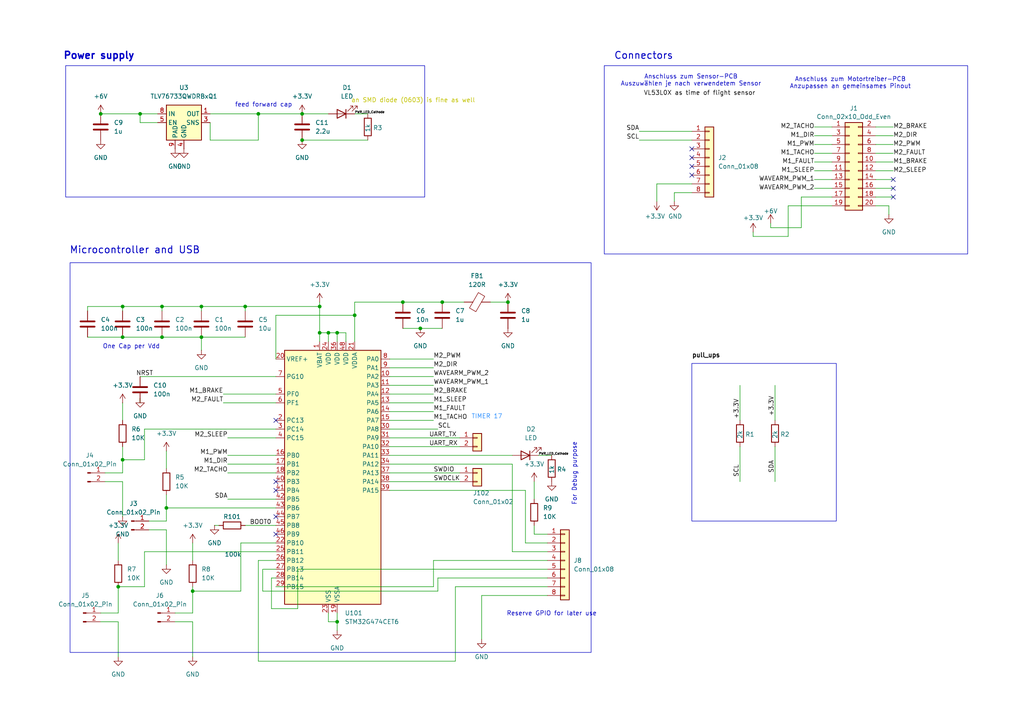
<source format=kicad_sch>
(kicad_sch (version 20231120) (generator "eeschema") (generator_version "8.0")
  (paper "A4")
  (title_block (title "MCU ") (date "2024-11-16") (company "Roboter Club") (comment 1 "Author: Chenyan Feng"))
  (lib_symbols
    (symbol "Connector:Conn_01x02_Pin" (pin_names (offset 1.016) hide)
      (property "Reference" "J" (at 0 2.54 0))
      (property "Value" "Conn_01x02_Pin" (at 0 -5.08 0))
      (symbol "Conn_01x02_Pin_1_1"
        (polyline (pts (xy 1.27 -2.54) (xy 0.8636 -2.54)) (stroke (width 0.1524)))
        (polyline (pts (xy 1.27 0) (xy 0.8636 0)) (stroke (width 0.1524)))
        (rectangle (start 0.8636 -2.413) (end 0 -2.667) (stroke (width 0.1524)) (fill (type outline)))
        (rectangle (start 0.8636 0.127) (end 0 -0.127) (stroke (width 0.1524)) (fill (type outline)))
        (pin passive line (at 5.08 0 180) (length 3.81) (name "Pin_1") (number "1"))
        (pin passive line (at 5.08 -2.54 180) (length 3.81) (name "Pin_2") (number "2"))
      )
    )
    (symbol "Connector_Generic:Conn_01x02" (pin_names (offset 1.016) hide)
      (property "Reference" "J" (at 0 2.54 0))
      (property "Value" "Conn_01x02" (at 0 -5.08 0))
      (symbol "Conn_01x02_1_1"
        (rectangle (start -1.27 -2.413) (end 0 -2.667) (stroke (width 0.1524)))
        (rectangle (start -1.27 0.127) (end 0 -0.127) (stroke (width 0.1524)))
        (rectangle (start -1.27 1.27) (end 1.27 -3.81) (stroke (width 0.254)) (fill (type background)))
        (pin passive line (at -5.08 0 0) (length 3.81) (name "Pin_1") (number "1"))
        (pin passive line (at -5.08 -2.54 0) (length 3.81) (name "Pin_2") (number "2"))
      )
    )
    (symbol "Connector_Generic:Conn_01x08" (pin_names (offset 1.016) hide)
      (property "Reference" "J" (at 0 10.16 0))
      (property "Value" "Conn_01x08" (at 0 -12.7 0))
      (symbol "Conn_01x08_1_1"
        (rectangle (start -1.27 -10.033) (end 0 -10.287) (stroke (width 0.1524)))
        (rectangle (start -1.27 -7.493) (end 0 -7.747) (stroke (width 0.1524)))
        (rectangle (start -1.27 -4.953) (end 0 -5.207) (stroke (width 0.1524)))
        (rectangle (start -1.27 -2.413) (end 0 -2.667) (stroke (width 0.1524)))
        (rectangle (start -1.27 0.127) (end 0 -0.127) (stroke (width 0.1524)))
        (rectangle (start -1.27 2.667) (end 0 2.413) (stroke (width 0.1524)))
        (rectangle (start -1.27 5.207) (end 0 4.953) (stroke (width 0.1524)))
        (rectangle (start -1.27 7.747) (end 0 7.493) (stroke (width 0.1524)))
        (rectangle (start -1.27 8.89) (end 1.27 -11.43) (stroke (width 0.254)) (fill (type background)))
        (pin passive line (at -5.08 7.62 0) (length 3.81) (name "Pin_1") (number "1"))
        (pin passive line (at -5.08 5.08 0) (length 3.81) (name "Pin_2") (number "2"))
        (pin passive line (at -5.08 2.54 0) (length 3.81) (name "Pin_3") (number "3"))
        (pin passive line (at -5.08 0 0) (length 3.81) (name "Pin_4") (number "4"))
        (pin passive line (at -5.08 -2.54 0) (length 3.81) (name "Pin_5") (number "5"))
        (pin passive line (at -5.08 -5.08 0) (length 3.81) (name "Pin_6") (number "6"))
        (pin passive line (at -5.08 -7.62 0) (length 3.81) (name "Pin_7") (number "7"))
        (pin passive line (at -5.08 -10.16 0) (length 3.81) (name "Pin_8") (number "8"))
      )
    )
    (symbol "Connector_Generic:Conn_02x10_Odd_Even" (pin_names (offset 1.016) hide)
      (property "Reference" "J" (at 1.27 12.7 0))
      (property "Value" "Conn_02x10_Odd_Even" (at 1.27 -15.24 0))
      (symbol "Conn_02x10_Odd_Even_1_1"
        (rectangle (start -1.27 -12.573) (end 0 -12.827) (stroke (width 0.1524)))
        (rectangle (start -1.27 -10.033) (end 0 -10.287) (stroke (width 0.1524)))
        (rectangle (start -1.27 -7.493) (end 0 -7.747) (stroke (width 0.1524)))
        (rectangle (start -1.27 -4.953) (end 0 -5.207) (stroke (width 0.1524)))
        (rectangle (start -1.27 -2.413) (end 0 -2.667) (stroke (width 0.1524)))
        (rectangle (start -1.27 0.127) (end 0 -0.127) (stroke (width 0.1524)))
        (rectangle (start -1.27 2.667) (end 0 2.413) (stroke (width 0.1524)))
        (rectangle (start -1.27 5.207) (end 0 4.953) (stroke (width 0.1524)))
        (rectangle (start -1.27 7.747) (end 0 7.493) (stroke (width 0.1524)))
        (rectangle (start -1.27 10.287) (end 0 10.033) (stroke (width 0.1524)))
        (rectangle (start -1.27 11.43) (end 3.81 -13.97) (stroke (width 0.254)) (fill (type background)))
        (rectangle (start 3.81 -12.573) (end 2.54 -12.827) (stroke (width 0.1524)))
        (rectangle (start 3.81 -10.033) (end 2.54 -10.287) (stroke (width 0.1524)))
        (rectangle (start 3.81 -7.493) (end 2.54 -7.747) (stroke (width 0.1524)))
        (rectangle (start 3.81 -4.953) (end 2.54 -5.207) (stroke (width 0.1524)))
        (rectangle (start 3.81 -2.413) (end 2.54 -2.667) (stroke (width 0.1524)))
        (rectangle (start 3.81 0.127) (end 2.54 -0.127) (stroke (width 0.1524)))
        (rectangle (start 3.81 2.667) (end 2.54 2.413) (stroke (width 0.1524)))
        (rectangle (start 3.81 5.207) (end 2.54 4.953) (stroke (width 0.1524)))
        (rectangle (start 3.81 7.747) (end 2.54 7.493) (stroke (width 0.1524)))
        (rectangle (start 3.81 10.287) (end 2.54 10.033) (stroke (width 0.1524)))
        (pin passive line (at -5.08 10.16 0) (length 3.81) (name "Pin_1") (number "1"))
        (pin passive line (at 7.62 0 180) (length 3.81) (name "Pin_10") (number "10"))
        (pin passive line (at -5.08 -2.54 0) (length 3.81) (name "Pin_11") (number "11"))
        (pin passive line (at 7.62 -2.54 180) (length 3.81) (name "Pin_12") (number "12"))
        (pin passive line (at -5.08 -5.08 0) (length 3.81) (name "Pin_13") (number "13"))
        (pin passive line (at 7.62 -5.08 180) (length 3.81) (name "Pin_14") (number "14"))
        (pin passive line (at -5.08 -7.62 0) (length 3.81) (name "Pin_15") (number "15"))
        (pin passive line (at 7.62 -7.62 180) (length 3.81) (name "Pin_16") (number "16"))
        (pin passive line (at -5.08 -10.16 0) (length 3.81) (name "Pin_17") (number "17"))
        (pin passive line (at 7.62 -10.16 180) (length 3.81) (name "Pin_18") (number "18"))
        (pin passive line (at -5.08 -12.7 0) (length 3.81) (name "Pin_19") (number "19"))
        (pin passive line (at 7.62 10.16 180) (length 3.81) (name "Pin_2") (number "2"))
        (pin passive line (at 7.62 -12.7 180) (length 3.81) (name "Pin_20") (number "20"))
        (pin passive line (at -5.08 7.62 0) (length 3.81) (name "Pin_3") (number "3"))
        (pin passive line (at 7.62 7.62 180) (length 3.81) (name "Pin_4") (number "4"))
        (pin passive line (at -5.08 5.08 0) (length 3.81) (name "Pin_5") (number "5"))
        (pin passive line (at 7.62 5.08 180) (length 3.81) (name "Pin_6") (number "6"))
        (pin passive line (at -5.08 2.54 0) (length 3.81) (name "Pin_7") (number "7"))
        (pin passive line (at 7.62 2.54 180) (length 3.81) (name "Pin_8") (number "8"))
        (pin passive line (at -5.08 0 0) (length 3.81) (name "Pin_9") (number "9"))
      )
    )
    (symbol "Device:C" (pin_numbers hide) (pin_names (offset 0.254))
      (property "Reference" "C" (at 0.635 2.54 0))
      (property "Value" "C" (at 0.635 -2.54 0))
      (symbol "C_0_1"
        (polyline (pts (xy -2.032 -0.762) (xy 2.032 -0.762)) (stroke (width 0.508)))
        (polyline (pts (xy -2.032 0.762) (xy 2.032 0.762)) (stroke (width 0.508)))
      )
      (symbol "C_1_1"
        (pin passive line (at 0 3.81 270) (length 2.794) (name "~") (number "1"))
        (pin passive line (at 0 -3.81 90) (length 2.794) (name "~") (number "2"))
      )
    )
    (symbol "Device:FerriteBead" (pin_numbers hide) (pin_names (offset 0))
      (property "Reference" "FB" (at -3.81 0.635 90))
      (property "Value" "FerriteBead" (at 3.81 0 90))
      (symbol "FerriteBead_0_1"
        (polyline (pts (xy 0 -1.27) (xy 0 -1.2192)))
        (polyline (pts (xy 0 1.27) (xy 0 1.2954)))
        (polyline (pts (xy -2.7686 0.4064) (xy -1.7018 2.2606) (xy 2.7686 -0.3048) (xy 1.6764 -2.159) (xy -2.7686 0.4064)))
      )
      (symbol "FerriteBead_1_1"
        (pin passive line (at 0 3.81 270) (length 2.54) (name "~") (number "1"))
        (pin passive line (at 0 -3.81 90) (length 2.54) (name "~") (number "2"))
      )
    )
    (symbol "Device:LED" (pin_numbers hide) (pin_names (offset 1.016) hide)
      (property "Reference" "D" (at 0 2.54 0))
      (property "Value" "LED" (at 0 -2.54 0))
      (symbol "LED_0_1"
        (polyline (pts (xy -1.27 -1.27) (xy -1.27 1.27)) (stroke (width 0.254)))
        (polyline (pts (xy -1.27 0) (xy 1.27 0)))
        (polyline (pts (xy 1.27 -1.27) (xy 1.27 1.27) (xy -1.27 0) (xy 1.27 -1.27)) (stroke (width 0.254)))
        (polyline (pts (xy -3.048 -0.762) (xy -4.572 -2.286) (xy -3.81 -2.286) (xy -4.572 -2.286) (xy -4.572 -1.524)))
        (polyline (pts (xy -1.778 -0.762) (xy -3.302 -2.286) (xy -2.54 -2.286) (xy -3.302 -2.286) (xy -3.302 -1.524)))
      )
      (symbol "LED_1_1"
        (pin passive line (at -3.81 0 0) (length 2.54) (name "K") (number "1"))
        (pin passive line (at 3.81 0 180) (length 2.54) (name "A") (number "2"))
      )
    )
    (symbol "Device:R" (pin_numbers hide) (pin_names (offset 0))
      (property "Reference" "R" (at 2.032 0 90))
      (property "Value" "R" (at 0 0 90))
      (symbol "R_0_1"
        (rectangle (start -1.016 -2.54) (end 1.016 2.54) (stroke (width 0.254)))
      )
      (symbol "R_1_1"
        (pin passive line (at 0 3.81 270) (length 1.27) (name "~") (number "1"))
        (pin passive line (at 0 -3.81 90) (length 1.27) (name "~") (number "2"))
      )
    )
    (symbol "MCU_ST_STM32G4:STM32G474CETx"
      (property "Reference" "U" (at -12.7 39.37 0))
      (property "Value" "STM32G474CETx" (at 10.16 39.37 0))
      (symbol "STM32G474CETx_0_1"
        (rectangle (start -12.7 -35.56) (end 15.24 38.1) (stroke (width 0.254)) (fill (type background)))
      )
      (symbol "STM32G474CETx_1_1"
        (pin power_in line (at -2.54 40.64 270) (length 2.54) (name "VBAT") (number "1"))
        (pin bidirectional line (at 17.78 30.48 180) (length 2.54) (name "PA2") (number "10"))
        (pin bidirectional line (at 17.78 27.94 180) (length 2.54) (name "PA3") (number "11"))
        (pin bidirectional line (at 17.78 25.4 180) (length 2.54) (name "PA4") (number "12"))
        (pin bidirectional line (at 17.78 22.86 180) (length 2.54) (name "PA5") (number "13"))
        (pin bidirectional line (at 17.78 20.32 180) (length 2.54) (name "PA6") (number "14"))
        (pin bidirectional line (at 17.78 17.78 180) (length 2.54) (name "PA7") (number "15"))
        (pin bidirectional line (at -15.24 7.62 0) (length 2.54) (name "PB0") (number "16"))
        (pin bidirectional line (at -15.24 5.08 0) (length 2.54) (name "PB1") (number "17"))
        (pin bidirectional line (at -15.24 2.54 0) (length 2.54) (name "PB2") (number "18"))
        (pin power_in line (at 2.54 -38.1 90) (length 2.54) (name "VSSA") (number "19"))
        (pin bidirectional line (at -15.24 17.78 0) (length 2.54) (name "PC13") (number "2"))
        (pin input line (at -15.24 35.56 0) (length 2.54) (name "VREF+") (number "20"))
        (pin power_in line (at 7.62 40.64 270) (length 2.54) (name "VDDA") (number "21"))
        (pin bidirectional line (at -15.24 -17.78 0) (length 2.54) (name "PB10") (number "22"))
        (pin power_in line (at 0 -38.1 90) (length 2.54) (name "VSS") (number "23"))
        (pin power_in line (at 0 40.64 270) (length 2.54) (name "VDD") (number "24"))
        (pin bidirectional line (at -15.24 -20.32 0) (length 2.54) (name "PB11") (number "25"))
        (pin bidirectional line (at -15.24 -22.86 0) (length 2.54) (name "PB12") (number "26"))
        (pin bidirectional line (at -15.24 -25.4 0) (length 2.54) (name "PB13") (number "27"))
        (pin bidirectional line (at -15.24 -27.94 0) (length 2.54) (name "PB14") (number "28"))
        (pin bidirectional line (at -15.24 -30.48 0) (length 2.54) (name "PB15") (number "29"))
        (pin bidirectional line (at -15.24 15.24 0) (length 2.54) (name "PC14") (number "3"))
        (pin bidirectional line (at 17.78 15.24 180) (length 2.54) (name "PA8") (number "30"))
        (pin bidirectional line (at 17.78 12.7 180) (length 2.54) (name "PA9") (number "31"))
        (pin bidirectional line (at 17.78 10.16 180) (length 2.54) (name "PA10") (number "32"))
        (pin bidirectional line (at 17.78 7.62 180) (length 2.54) (name "PA11") (number "33"))
        (pin bidirectional line (at 17.78 5.08 180) (length 2.54) (name "PA12") (number "34"))
        (pin passive line (at 0 -38.1 90) (length 2.54) hide (name "VSS") (number "35"))
        (pin power_in line (at 2.54 40.64 270) (length 2.54) (name "VDD") (number "36"))
        (pin bidirectional line (at 17.78 2.54 180) (length 2.54) (name "PA13") (number "37"))
        (pin bidirectional line (at 17.78 0 180) (length 2.54) (name "PA14") (number "38"))
        (pin bidirectional line (at 17.78 -2.54 180) (length 2.54) (name "PA15") (number "39"))
        (pin bidirectional line (at -15.24 12.7 0) (length 2.54) (name "PC15") (number "4"))
        (pin bidirectional line (at -15.24 0 0) (length 2.54) (name "PB3") (number "40"))
        (pin bidirectional line (at -15.24 -2.54 0) (length 2.54) (name "PB4") (number "41"))
        (pin bidirectional line (at -15.24 -5.08 0) (length 2.54) (name "PB5") (number "42"))
        (pin bidirectional line (at -15.24 -7.62 0) (length 2.54) (name "PB6") (number "43"))
        (pin bidirectional line (at -15.24 -10.16 0) (length 2.54) (name "PB7") (number "44"))
        (pin bidirectional line (at -15.24 -12.7 0) (length 2.54) (name "PB8") (number "45"))
        (pin bidirectional line (at -15.24 -15.24 0) (length 2.54) (name "PB9") (number "46"))
        (pin passive line (at 0 -38.1 90) (length 2.54) hide (name "VSS") (number "47"))
        (pin power_in line (at 5.08 40.64 270) (length 2.54) (name "VDD") (number "48"))
        (pin bidirectional line (at -15.24 25.4 0) (length 2.54) (name "PF0") (number "5"))
        (pin bidirectional line (at -15.24 22.86 0) (length 2.54) (name "PF1") (number "6"))
        (pin bidirectional line (at -15.24 30.48 0) (length 2.54) (name "PG10") (number "7"))
        (pin bidirectional line (at 17.78 35.56 180) (length 2.54) (name "PA0") (number "8"))
        (pin bidirectional line (at 17.78 33.02 180) (length 2.54) (name "PA1") (number "9"))
      )
    )
    (symbol "Regulator_Linear:TLV76733QWDRBxQ1"
      (property "Reference" "U" (at 0 8.89 0))
      (property "Value" "TLV76733QWDRBxQ1" (at 0 6.35 0))
      (symbol "TLV76733QWDRBxQ1_0_1"
        (rectangle (start -5.08 5.08) (end 5.08 -5.08) (stroke (width 0.254)) (fill (type background)))
      )
      (symbol "TLV76733QWDRBxQ1_1_1"
        (pin power_out line (at 7.62 2.54 180) (length 2.54) (name "OUT") (number "1"))
        (pin no_connect line (at 5.08 -2.54 180) (length 2.54) hide (name "NC") (number "2"))
        (pin input line (at 7.62 0 180) (length 2.54) (name "SNS") (number "3"))
        (pin power_in line (at 0 -7.62 90) (length 2.54) (name "GND") (number "4"))
        (pin input line (at -7.62 0 0) (length 2.54) (name "EN") (number "5"))
        (pin passive line (at 0 -7.62 90) (length 2.54) hide (name "GND") (number "6"))
        (pin no_connect line (at -5.08 -2.54 0) (length 2.54) hide (name "NC") (number "7"))
        (pin power_in line (at -7.62 2.54 0) (length 2.54) (name "IN") (number "8"))
        (pin passive line (at -2.54 -7.62 90) (length 2.54) (name "PAD") (number "9"))
      )
    )
    (symbol "power:+3.3V" (power) (pin_numbers hide) (pin_names (offset 0) hide)
      (property "Value" "+3.3V" (at 0 3.556 0))
      (symbol "+3.3V_0_1"
        (polyline (pts (xy -0.762 1.27) (xy 0 2.54)))
        (polyline (pts (xy 0 0) (xy 0 2.54)))
        (polyline (pts (xy 0 2.54) (xy 0.762 1.27)))
      )
      (symbol "+3.3V_1_1"
        (pin power_in line (at 0 0 90) (length 0) (name "~") (number "1"))
      )
    )
    (symbol "power:GND" (power) (pin_numbers hide) (pin_names (offset 0) hide)
      (property "Value" "GND" (at 0 -3.81 0))
      (symbol "GND_0_1"
        (polyline (pts (xy 0 0) (xy 0 -1.27) (xy 1.27 -1.27) (xy 0 -2.54) (xy -1.27 -1.27) (xy 0 -1.27)))
      )
      (symbol "GND_1_1"
        (pin power_in line (at 0 0 270) (length 0) (name "~") (number "1"))
      )
    )
    (symbol "µmotor-rescue:+6V" (power) (pin_names (offset 0))
      (property "Value" "+6V" (at 0 3.556 0))
      (symbol "+6V_0_1"
        (polyline (pts (xy -0.762 1.27) (xy 0 2.54)))
        (polyline (pts (xy 0 0) (xy 0 2.54)))
        (polyline (pts (xy 0 2.54) (xy 0.762 1.27)))
      )
      (symbol "+6V_1_1"
        (pin power_in line (at 0 0 90) (length 0) hide (name "+6V") (number "1"))
      )
    )
  )
  (junction (at 116.84 87.63))
  (junction (at 87.63 40.64))
  (junction (at 48.26 147.32))
  (junction (at 40.64 33.02))
  (junction (at 58.42 88.9))
  (junction (at 147.32 87.63))
  (junction (at 95.25 96.52))
  (junction (at 97.79 180.34))
  (junction (at 87.63 33.02))
  (junction (at 35.56 88.9))
  (junction (at 55.88 171.45))
  (junction (at 34.29 170.18))
  (junction (at 46.99 97.79))
  (junction (at 46.99 88.9))
  (junction (at 121.92 95.25))
  (junction (at 128.27 87.63))
  (junction (at 71.12 88.9))
  (junction (at 35.56 97.79))
  (junction (at 29.21 33.02))
  (junction (at 35.56 133.35))
  (junction (at 92.71 96.52))
  (junction (at 102.87 91.44))
  (junction (at 97.79 96.52))
  (junction (at 58.42 97.79))
  (junction (at 92.71 88.9))
  (junction (at 74.93 33.02))
  (no_connect (at 80.01 142.24))
  (no_connect (at 200.66 45.72))
  (no_connect (at 259.08 52.07))
  (no_connect (at 200.66 48.26))
  (no_connect (at 80.01 154.94))
  (no_connect (at 80.01 149.86))
  (no_connect (at 259.08 54.61))
  (no_connect (at 200.66 43.18))
  (no_connect (at 80.01 121.92))
  (no_connect (at 80.01 139.7))
  (no_connect (at 259.08 57.15))
  (no_connect (at 200.66 50.8))
  (wire (pts (xy 55.88 171.45) (xy 55.88 177.8)))
  (wire (pts (xy 132.08 170.18) (xy 132.08 191.77)))
  (wire (pts (xy 29.21 177.8) (xy 34.29 177.8)))
  (wire (pts (xy 55.88 157.48) (xy 55.88 162.56)))
  (wire (pts (xy 236.22 49.53) (xy 241.3 49.53)))
  (wire (pts (xy 142.24 87.63) (xy 147.32 87.63)))
  (wire (pts (xy 113.03 132.08) (xy 148.59 132.08)))
  (wire (pts (xy 127 171.45) (xy 127 167.64)))
  (wire (pts (xy 41.91 160.02) (xy 41.91 170.18)))
  (wire (pts (xy 86.36 165.1) (xy 86.36 176.53)))
  (wire (pts (xy 35.56 139.7) (xy 35.56 149.86)))
  (wire (pts (xy 214.63 129.54) (xy 214.63 139.7)))
  (wire (pts (xy 125.73 170.18) (xy 125.73 162.56)))
  (wire (pts (xy 223.52 66.04) (xy 223.52 64.77)))
  (wire (pts (xy 35.56 88.9) (xy 46.99 88.9)))
  (wire (pts (xy 236.22 52.07) (xy 241.3 52.07)))
  (wire (pts (xy 71.12 88.9) (xy 92.71 88.9)))
  (wire (pts (xy 64.77 116.84) (xy 80.01 116.84)))
  (wire (pts (xy 152.4 157.48) (xy 158.75 157.48)))
  (wire (pts (xy 41.91 124.46) (xy 41.91 133.35)))
  (wire (pts (xy 100.33 99.06) (xy 100.33 96.52)))
  (wire (pts (xy 55.88 170.18) (xy 55.88 171.45)))
  (wire (pts (xy 106.68 33.02) (xy 102.87 33.02)))
  (wire (pts (xy 232.41 57.15) (xy 241.3 57.15)))
  (wire (pts (xy 92.71 87.63) (xy 92.71 88.9)))
  (wire (pts (xy 254 46.99) (xy 259.08 46.99)))
  (wire (pts (xy 50.8 177.8) (xy 55.88 177.8)))
  (wire (pts (xy 132.08 191.77) (xy 74.93 191.77)))
  (wire (pts (xy 228.6 68.58) (xy 228.6 59.69)))
  (wire (pts (xy 69.85 171.45) (xy 55.88 171.45)))
  (wire (pts (xy 50.8 180.34) (xy 55.88 180.34)))
  (wire (pts (xy 236.22 41.91) (xy 241.3 41.91)))
  (wire (pts (xy 80.01 170.18) (xy 125.73 170.18)))
  (wire (pts (xy 66.04 144.78) (xy 80.01 144.78)))
  (wire (pts (xy 223.52 66.04) (xy 232.41 66.04)))
  (wire (pts (xy 29.21 180.34) (xy 34.29 180.34)))
  (wire (pts (xy 86.36 176.53) (xy 78.74 176.53)))
  (wire (pts (xy 259.08 52.07) (xy 254 52.07)))
  (wire (pts (xy 80.01 157.48) (xy 69.85 157.48)))
  (wire (pts (xy 60.96 33.02) (xy 74.93 33.02)))
  (wire (pts (xy 102.87 87.63) (xy 102.87 91.44)))
  (wire (pts (xy 40.64 109.22) (xy 80.01 109.22)))
  (wire (pts (xy 95.25 180.34) (xy 97.79 180.34)))
  (wire (pts (xy 132.08 170.18) (xy 158.75 170.18)))
  (wire (pts (xy 113.03 119.38) (xy 125.73 119.38)))
  (wire (pts (xy 259.08 41.91) (xy 254 41.91)))
  (wire (pts (xy 95.25 96.52) (xy 97.79 96.52)))
  (wire (pts (xy 128.27 87.63) (xy 134.62 87.63)))
  (wire (pts (xy 40.64 35.56) (xy 40.64 33.02)))
  (wire (pts (xy 113.03 104.14) (xy 125.73 104.14)))
  (wire (pts (xy 236.22 44.45) (xy 241.3 44.45)))
  (wire (pts (xy 34.29 180.34) (xy 34.29 190.5)))
  (wire (pts (xy 74.93 33.02) (xy 87.63 33.02)))
  (wire (pts (xy 25.4 97.79) (xy 35.56 97.79)))
  (wire (pts (xy 80.01 160.02) (xy 41.91 160.02)))
  (wire (pts (xy 158.75 172.72) (xy 139.7 172.72)))
  (wire (pts (xy 35.56 116.84) (xy 35.56 121.92)))
  (wire (pts (xy 35.56 129.54) (xy 35.56 133.35)))
  (wire (pts (xy 218.44 68.58) (xy 218.44 67.31)))
  (wire (pts (xy 139.7 172.72) (xy 139.7 185.42)))
  (wire (pts (xy 228.6 59.69) (xy 241.3 59.69)))
  (wire (pts (xy 190.5 53.34) (xy 190.5 58.42)))
  (wire (pts (xy 232.41 66.04) (xy 232.41 57.15)))
  (wire (pts (xy 185.42 40.64) (xy 200.66 40.64)))
  (wire (pts (xy 92.71 88.9) (xy 92.71 96.52)))
  (wire (pts (xy 76.2 171.45) (xy 127 171.45)))
  (wire (pts (xy 29.21 33.02) (xy 40.64 33.02)))
  (wire (pts (xy 121.92 95.25) (xy 128.27 95.25)))
  (wire (pts (xy 95.25 96.52) (xy 95.25 99.06)))
  (wire (pts (xy 80.01 91.44) (xy 102.87 91.44)))
  (wire (pts (xy 127 167.64) (xy 158.75 167.64)))
  (wire (pts (xy 224.79 111.76) (xy 224.79 121.92)))
  (wire (pts (xy 154.94 152.4) (xy 154.94 154.94)))
  (wire (pts (xy 195.58 55.88) (xy 200.66 55.88)))
  (wire (pts (xy 92.71 96.52) (xy 95.25 96.52)))
  (wire (pts (xy 97.79 96.52) (xy 100.33 96.52)))
  (wire (pts (xy 40.64 33.02) (xy 45.72 33.02)))
  (wire (pts (xy 58.42 101.6) (xy 58.42 97.79)))
  (wire (pts (xy 60.96 35.56) (xy 60.96 40.64)))
  (wire (pts (xy 87.63 40.64) (xy 106.68 40.64)))
  (wire (pts (xy 30.48 137.16) (xy 35.56 137.16)))
  (wire (pts (xy 92.71 99.06) (xy 92.71 96.52)))
  (wire (pts (xy 185.42 38.1) (xy 200.66 38.1)))
  (wire (pts (xy 113.03 129.54) (xy 133.35 129.54)))
  (wire (pts (xy 71.12 90.17) (xy 71.12 88.9)))
  (wire (pts (xy 76.2 165.1) (xy 76.2 171.45)))
  (wire (pts (xy 46.99 90.17) (xy 46.99 88.9)))
  (wire (pts (xy 60.96 40.64) (xy 74.93 40.64)))
  (wire (pts (xy 41.91 170.18) (xy 34.29 170.18)))
  (wire (pts (xy 35.56 133.35) (xy 35.56 137.16)))
  (wire (pts (xy 95.25 177.8) (xy 95.25 180.34)))
  (wire (pts (xy 236.22 39.37) (xy 241.3 39.37)))
  (wire (pts (xy 148.59 134.62) (xy 148.59 160.02)))
  (wire (pts (xy 87.63 33.02) (xy 95.25 33.02)))
  (wire (pts (xy 55.88 180.34) (xy 55.88 190.5)))
  (wire (pts (xy 43.18 151.13) (xy 48.26 151.13)))
  (wire (pts (xy 48.26 151.13) (xy 48.26 147.32)))
  (wire (pts (xy 35.56 97.79) (xy 46.99 97.79)))
  (wire (pts (xy 48.26 153.67) (xy 48.26 163.83)))
  (wire (pts (xy 66.04 132.08) (xy 80.01 132.08)))
  (wire (pts (xy 48.26 147.32) (xy 80.01 147.32)))
  (wire (pts (xy 35.56 90.17) (xy 35.56 88.9)))
  (wire (pts (xy 259.08 57.15) (xy 254 57.15)))
  (wire (pts (xy 102.87 91.44) (xy 102.87 99.06)))
  (wire (pts (xy 152.4 142.24) (xy 152.4 157.48)))
  (wire (pts (xy 113.03 127) (xy 133.35 127)))
  (wire (pts (xy 46.99 88.9) (xy 58.42 88.9)))
  (wire (pts (xy 154.94 154.94) (xy 158.75 154.94)))
  (wire (pts (xy 34.29 157.48) (xy 34.29 162.56)))
  (wire (pts (xy 113.03 137.16) (xy 133.35 137.16)))
  (wire (pts (xy 45.72 35.56) (xy 40.64 35.56)))
  (wire (pts (xy 66.04 137.16) (xy 80.01 137.16)))
  (wire (pts (xy 116.84 95.25) (xy 121.92 95.25)))
  (wire (pts (xy 69.85 157.48) (xy 69.85 171.45)))
  (wire (pts (xy 259.08 36.83) (xy 254 36.83)))
  (wire (pts (xy 58.42 97.79) (xy 71.12 97.79)))
  (wire (pts (xy 46.99 97.79) (xy 58.42 97.79)))
  (wire (pts (xy 97.79 182.88) (xy 97.79 180.34)))
  (wire (pts (xy 113.03 109.22) (xy 125.73 109.22)))
  (wire (pts (xy 97.79 96.52) (xy 97.79 99.06)))
  (wire (pts (xy 257.81 62.23) (xy 257.81 59.69)))
  (wire (pts (xy 224.79 129.54) (xy 224.79 139.7)))
  (wire (pts (xy 113.03 111.76) (xy 125.73 111.76)))
  (wire (pts (xy 74.93 33.02) (xy 74.93 40.64)))
  (wire (pts (xy 214.63 111.76) (xy 214.63 121.92)))
  (wire (pts (xy 66.04 134.62) (xy 80.01 134.62)))
  (wire (pts (xy 113.03 139.7) (xy 133.35 139.7)))
  (wire (pts (xy 71.12 152.4) (xy 80.01 152.4)))
  (wire (pts (xy 257.81 59.69) (xy 254 59.69)))
  (wire (pts (xy 78.74 176.53) (xy 78.74 167.64)))
  (wire (pts (xy 80.01 124.46) (xy 41.91 124.46)))
  (wire (pts (xy 58.42 90.17) (xy 58.42 88.9)))
  (wire (pts (xy 116.84 87.63) (xy 128.27 87.63)))
  (wire (pts (xy 259.08 54.61) (xy 254 54.61)))
  (wire (pts (xy 113.03 114.3) (xy 125.73 114.3)))
  (wire (pts (xy 97.79 180.34) (xy 97.79 177.8)))
  (wire (pts (xy 41.91 133.35) (xy 35.56 133.35)))
  (wire (pts (xy 48.26 143.51) (xy 48.26 147.32)))
  (wire (pts (xy 34.29 170.18) (xy 34.29 177.8)))
  (wire (pts (xy 48.26 130.81) (xy 48.26 135.89)))
  (wire (pts (xy 160.02 132.08) (xy 156.21 132.08)))
  (wire (pts (xy 64.77 114.3) (xy 80.01 114.3)))
  (wire (pts (xy 195.58 58.42) (xy 195.58 55.88)))
  (wire (pts (xy 80.01 162.56) (xy 74.93 162.56)))
  (wire (pts (xy 80.01 104.14) (xy 80.01 91.44)))
  (wire (pts (xy 113.03 124.46) (xy 127 124.46)))
  (wire (pts (xy 66.04 127) (xy 80.01 127)))
  (wire (pts (xy 25.4 88.9) (xy 35.56 88.9)))
  (wire (pts (xy 78.74 167.64) (xy 80.01 167.64)))
  (wire (pts (xy 40.64 115.57) (xy 40.64 116.84)))
  (wire (pts (xy 259.08 39.37) (xy 254 39.37)))
  (wire (pts (xy 113.03 134.62) (xy 148.59 134.62)))
  (wire (pts (xy 80.01 165.1) (xy 76.2 165.1)))
  (wire (pts (xy 30.48 139.7) (xy 35.56 139.7)))
  (wire (pts (xy 25.4 90.17) (xy 25.4 88.9)))
  (wire (pts (xy 125.73 162.56) (xy 158.75 162.56)))
  (wire (pts (xy 236.22 54.61) (xy 241.3 54.61)))
  (wire (pts (xy 113.03 121.92) (xy 125.73 121.92)))
  (wire (pts (xy 236.22 36.83) (xy 241.3 36.83)))
  (wire (pts (xy 154.94 139.7) (xy 154.94 144.78)))
  (wire (pts (xy 62.23 152.4) (xy 63.5 152.4)))
  (wire (pts (xy 259.08 44.45) (xy 254 44.45)))
  (wire (pts (xy 200.66 53.34) (xy 190.5 53.34)))
  (wire (pts (xy 113.03 142.24) (xy 152.4 142.24)))
  (wire (pts (xy 58.42 88.9) (xy 71.12 88.9)))
  (wire (pts (xy 102.87 87.63) (xy 116.84 87.63)))
  (wire (pts (xy 218.44 68.58) (xy 228.6 68.58)))
  (wire (pts (xy 259.08 49.53) (xy 254 49.53)))
  (wire (pts (xy 113.03 116.84) (xy 125.73 116.84)))
  (wire (pts (xy 43.18 153.67) (xy 48.26 153.67)))
  (wire (pts (xy 236.22 46.99) (xy 241.3 46.99)))
  (wire (pts (xy 74.93 162.56) (xy 74.93 191.77)))
  (wire (pts (xy 158.75 165.1) (xy 86.36 165.1)))
  (wire (pts (xy 148.59 160.02) (xy 158.75 160.02)))
  (wire (pts (xy 113.03 106.68) (xy 125.73 106.68)))
  (rectangle (start 19.05 19.05) (end 123.19 57.15))
  (rectangle (start 175.26 19.05) (end 280.67 73.66))
  (rectangle (start 200.66 105.41) (end 242.57 151.13))
  (rectangle (start 20.32 76.2) (end 171.45 189.23))
  (text "Connectors" (at 186.69 16.256 0) (effects (font (size 2.032 2.032) (thickness 0.254) (bold yes))))
  (text "One Cap per Vdd\n" (at 38.1 100.584 0) (effects (font (size 1.27 1.27))))
  (text "TIMER 17" (at 141.224 120.904 0) (effects (font (size 1.27 1.27))))
  (text "feed forward cap\n" (at 76.454 30.48 0) (effects (font (size 1.27 1.27))))
  (text "Anschluss zum Motortreiber-PCB\nAnzupassen an gemeinsames Pinout" (at 246.634 24.13 0) (effects (font (size 1.27 1.27))))
  (text "an SMD diode (0603) is fine as well" (at 101.854 29.972 0) (effects (font (size 1.27 1.27)) (justify left bottom)))
  (text "Microcontroller and USB" (at 39.116 72.644 0) (effects (font (size 2.032 2.032) (thickness 0.254) (bold yes))))
  (text "Reserve GPIO for later use" (at 160.02 178.054 0) (effects (font (size 1.27 1.27))))
  (text "Anschluss zum Sensor-PCB\nAuszuwählen je nach verwendetem Sensor" (at 200.406 23.368 0) (effects (font (size 1.27 1.27))))
  (text "For Debug purpose\n\n" (at 167.64 137.414 90) (effects (font (size 1.27 1.27))))
  (text "Power supply" (at 28.702 16.256 0) (effects (font (size 2.032 2.032) (thickness 0.4064) (bold yes))))
  (label "+3.3V" (at 214.63 115.57 270))
  (label "WAVEARM_PWM_1" (at 125.73 111.76 0))
  (label "UART_RX" (at 124.46 129.54 0))
  (label "M1_BRAKE" (at 259.08 46.99 0))
  (label "M1_PWM" (at 236.22 41.91 180))
  (label "+3.3V" (at 224.79 120.65 90))
  (label "PWR_LED_Cathode" (at 156.21 132.08 0) (effects (font (size 0.635 0.635))))
  (label "SWDCLK" (at 125.73 139.7 0))
  (label "M2_TACHO" (at 66.04 137.16 180))
  (label "BOOT0" (at 78.74 152.4 180))
  (label "M1_TACHO" (at 125.73 121.92 0))
  (label "SCL" (at 185.42 40.64 180))
  (label "M2_SLEEP" (at 66.04 127 180))
  (label "M1_SLEEP" (at 236.22 49.53 180))
  (label "VL53L0X as time of flight sensor" (at 186.69 27.94 0))
  (label "M1_DIR" (at 66.04 134.62 180))
  (label "SCL" (at 127 124.46 0))
  (label "SWDIO" (at 125.73 137.16 0))
  (label "pull_ups" (at 200.66 104.14 0) (effects (font (thickness 0.254) (bold yes))))
  (label "M2_BRAKE" (at 125.73 114.3 0))
  (label "M2_DIR" (at 125.73 106.68 0))
  (label "SDA" (at 66.04 144.78 180))
  (label "SDA" (at 224.79 137.16 90))
  (label "M2_PWM" (at 259.08 41.91 0))
  (label "NRST" (at 44.45 109.22 180))
  (label "M2_FAULT" (at 259.08 44.45 0))
  (label "M1_FAULT" (at 236.22 46.99 180))
  (label "SCL" (at 214.63 134.62 270))
  (label "M1_PWM" (at 66.04 132.08 180))
  (label "M1_BRAKE" (at 64.77 114.3 180))
  (label "M1_TACHO" (at 236.22 44.45 180))
  (label "M1_FAULT" (at 125.73 119.38 0))
  (label "M1_SLEEP" (at 125.73 116.84 0))
  (label "WAVEARM_PWM_2" (at 125.73 109.22 0))
  (label "M2_DIR" (at 259.08 39.37 0))
  (label "PWR_LED_Cathode" (at 102.87 33.02 0) (effects (font (size 0.635 0.635))))
  (label "M2_BRAKE" (at 259.08 36.83 0))
  (label "M2_TACHO" (at 236.22 36.83 180))
  (label "M2_PWM" (at 125.73 104.14 0))
  (label "UART_TX" (at 124.46 127 0))
  (label "M2_SLEEP" (at 259.08 49.53 0))
  (label "WAVEARM_PWM_1" (at 236.22 52.07 180))
  (label "M1_DIR" (at 236.22 39.37 180))
  (label "M2_FAULT" (at 64.77 116.84 180))
  (label "SDA" (at 185.42 38.1 180))
  (label "WAVEARM_PWM_2" (at 236.22 54.61 180))
  (symbol (lib_id "power:+3.3V") (at 55.88 157.48 0) (unit 1)
    (property "Reference" "#PWR025" (effects (hide yes)))
    (property "Value" "+3.3V" (at 55.88 152.4 0))
    (property "Description" "Power symbol creates a global label with name \"+3.3V\"" (effects (hide yes)))
  )
  (symbol (lib_id "power:GND") (at 87.63 40.64 0) (unit 1)
    (property "Reference" "#PWR017" (effects (hide yes)))
    (property "Value" "GND" (at 87.63 45.72 0))
    (property "Description" "Power symbol creates a global label with name \"GND\" , ground" (effects (hide yes)))
  )
  (symbol (lib_id "Device:R") (at 154.94 148.59 0) (unit 1)
    (property "Reference" "R9" (at 157.48 147.3199 0) (effects (justify left)))
    (property "Value" "10K" (at 157.48 149.8599 0) (effects (justify left)))
    (property "Footprint" "Resistor_SMD:R_0603_1608Metric" (effects (hide yes)))
    (property "Description" "Resistor" (effects (hide yes)))
  )
  (symbol (lib_id "power:GND") (at 62.23 152.4 0) (unit 1)
    (property "Reference" "#PWR0101" (effects (hide yes)))
    (property "Value" "GND" (at 62.23 157.48 0))
    (property "Description" "Power symbol creates a global label with name \"GND\" , ground" (effects (hide yes)))
  )
  (symbol (lib_id "power:GND") (at 34.29 190.5 0) (unit 1)
    (property "Reference" "#PWR024" (effects (hide yes)))
    (property "Value" "GND" (at 34.29 195.58 0))
    (property "Description" "Power symbol creates a global label with name \"GND\" , ground" (effects (hide yes)))
  )
  (symbol (lib_id "power:GND") (at 160.02 139.7 0) (unit 1)
    (property "Reference" "#PWR05" (effects (hide yes)))
    (property "Value" "GND" (at 160.02 144.78 0))
    (property "Description" "Power symbol creates a global label with name \"GND\" , ground" (effects (hide yes)))
  )
  (symbol (lib_id "power:GND") (at 257.81 62.23 0) (mirror y) (unit 1)
    (property "Reference" "#PWR04" (effects (hide yes)))
    (property "Value" "GND" (at 257.81 67.31 0))
    (property "Description" "Power symbol creates a global label with name \"GND\" , ground" (effects (hide yes)))
  )
  (symbol (lib_id "power:+3.3V") (at 34.29 157.48 0) (unit 1)
    (property "Reference" "#PWR023" (effects (hide yes)))
    (property "Value" "+3.3V" (at 34.29 152.4 0))
    (property "Description" "Power symbol creates a global label with name \"+3.3V\"" (effects (hide yes)))
  )
  (symbol (lib_id "power:+3.3V") (at 35.56 116.84 0) (unit 1)
    (property "Reference" "#PWR010" (effects (hide yes)))
    (property "Value" "+3.3V" (at 35.56 111.76 0))
    (property "Description" "Power symbol creates a global label with name \"+3.3V\"" (effects (hide yes)))
  )
  (symbol (lib_id "power:GND") (at 195.58 58.42 0) (unit 1)
    (property "Reference" "#PWR07" (effects (hide yes)))
    (property "Value" "GND" (at 195.834 62.738 0))
    (property "Description" "Power symbol creates a global label with name \"GND\" , ground" (effects (hide yes)))
  )
  (symbol (lib_id "Device:R") (at 34.29 166.37 0) (unit 1)
    (property "Reference" "R7" (at 36.83 165.0999 0) (effects (justify left)))
    (property "Value" "10K" (at 36.83 167.6399 0) (effects (justify left)))
    (property "Footprint" "Resistor_SMD:R_0603_1608Metric" (effects (hide yes)))
    (property "Description" "Resistor" (effects (hide yes)))
  )
  (symbol (lib_id "power:+3.3V") (at 147.32 87.63 0) (unit 1)
    (property "Reference" "#PWR015" (effects (hide yes)))
    (property "Value" "+3.3V" (at 147.32 82.55 0))
    (property "Description" "Power symbol creates a global label with name \"+3.3V\"" (effects (hide yes)))
  )
  (symbol (lib_id "Device:LED") (at 152.4 132.08 180) (unit 1)
    (property "Reference" "D2" (at 153.9875 124.46 0))
    (property "Value" "LED" (at 153.9875 127 0))
    (property "Footprint" "Diode_SMD:D_0603_1608Metric" (effects (hide yes)))
    (property "Description" "Light emitting diode" (effects (hide yes)))
  )
  (symbol (lib_id "power:GND") (at 121.92 95.25 0) (unit 1)
    (property "Reference" "#PWR013" (effects (hide yes)))
    (property "Value" "GND" (at 121.92 100.33 0))
    (property "Description" "Power symbol creates a global label with name \"GND\" , ground" (effects (hide yes)))
  )
  (symbol (lib_id "Connector_Generic:Conn_01x08") (at 205.74 45.72 0) (unit 1)
    (property "Reference" "J2" (at 208.28 45.7199 0) (effects (justify left)))
    (property "Value" "Conn_01x08" (at 208.28 48.2599 0) (effects (justify left)))
    (property "Footprint" "Connector_PinHeader_1.00mm:PinHeader_1x08_P1.00mm_Horizontal" (effects (hide yes)))
    (property "Description" "Generic connector, single row, 01x08, script generated (kicad-library-utils/schlib/autogen/connector/)" (effects (hide yes)))
  )
  (symbol (lib_id "power:+3.3V") (at 154.94 139.7 0) (unit 1)
    (property "Reference" "#PWR027" (effects (hide yes)))
    (property "Value" "+3.3V" (at 154.94 134.62 0))
    (property "Description" "Power symbol creates a global label with name \"+3.3V\"" (effects (hide yes)))
  )
  (symbol (lib_id "power:GND") (at 48.26 163.83 0) (unit 1)
    (property "Reference" "#PWR08" (effects (hide yes)))
    (property "Value" "GND" (at 48.26 168.91 0))
    (property "Description" "Power symbol creates a global label with name \"GND\" , ground" (effects (hide yes)))
  )
  (symbol (lib_id "Device:LED") (at 99.06 33.02 180) (unit 1)
    (property "Reference" "D1" (at 100.6475 25.4 0))
    (property "Value" "LED" (at 100.6475 27.94 0))
    (property "Footprint" "Diode_SMD:D_0603_1608Metric" (effects (hide yes)))
    (property "Description" "Light emitting diode" (effects (hide yes)))
  )
  (symbol (lib_id "Device:R") (at 48.26 139.7 0) (unit 1)
    (property "Reference" "R5" (at 50.8 138.4299 0) (effects (justify left)))
    (property "Value" "10K" (at 50.8 140.9699 0) (effects (justify left)))
    (property "Footprint" "Resistor_SMD:R_0603_1608Metric" (effects (hide yes)))
    (property "Description" "Resistor" (effects (hide yes)))
  )
  (symbol (lib_id "power:GND") (at 35.56 149.86 0) (unit 1)
    (property "Reference" "#PWR018" (effects (hide yes)))
    (property "Value" "GND" (at 35.56 154.94 0))
    (property "Description" "Power symbol creates a global label with name \"GND\" , ground" (effects (hide yes)))
  )
  (symbol (lib_id "Device:FerriteBead") (at 138.43 87.63 90) (unit 1)
    (property "Reference" "FB1" (at 138.3792 80.01 90))
    (property "Value" "120R" (at 138.3792 82.55 90))
    (property "Footprint" "Inductor_SMD:L_0603_1608Metric" (effects (hide yes)))
    (property "Description" "Ferrite bead" (effects (hide yes)))
  )
  (symbol (lib_id "power:GND") (at 97.79 182.88 0) (unit 1)
    (property "Reference" "#PWR0102" (effects (hide yes)))
    (property "Value" "GND" (at 97.79 187.96 0))
    (property "Description" "Power symbol creates a global label with name \"GND\" , ground" (effects (hide yes)))
  )
  (symbol (lib_id "Connector_Generic:Conn_01x02") (at 138.43 137.16 0) (unit 1)
    (property "Reference" "J102" (at 137.16 143.002 0) (effects (justify left)))
    (property "Value" "Conn_01x02" (at 137.16 145.542 0) (effects (justify left)))
    (property "Footprint" "Connector_JST:JST_GH_BM02B-GHS-TBT_1x02-1MP_P1.25mm_Vertical" (effects (hide yes)))
    (property "Description" "Generic connector, single row, 01x02, script generated (kicad-library-utils/schlib/autogen/connector/)" (effects (hide yes)))
  )
  (symbol (lib_id "MCU_ST_STM32G4:STM32G474CETx") (at 95.25 139.7 0) (unit 1)
    (property "Reference" "U101" (at 99.9841 177.8 0) (effects (justify left)))
    (property "Value" "STM32G474CET6" (at 99.9841 180.34 0) (effects (justify left)))
    (property "Footprint" "Package_QFP:LQFP-48_7x7mm_P0.5mm" (effects (hide yes)))
    (property "Datasheet" "https://www.st.com/resource/en/datasheet/stm32g474ce.pdf" (effects (hide yes)))
    (property "Description" "STMicroelectronics Arm Cortex-M4 MCU, 512KB flash, 128KB RAM, 170 MHz, 1.71-3.6V, 38 GPIO, LQFP48" (effects (hide yes)))
  )
  (symbol (lib_id "Device:R") (at 35.56 125.73 0) (unit 1)
    (property "Reference" "R6" (at 38.1 124.4599 0) (effects (justify left)))
    (property "Value" "10K" (at 38.1 126.9999 0) (effects (justify left)))
    (property "Footprint" "Resistor_SMD:R_0603_1608Metric" (effects (hide yes)))
    (property "Description" "Resistor" (effects (hide yes)))
  )
  (symbol (lib_id "Connector:Conn_01x02_Pin") (at 25.4 137.16 0) (unit 1)
    (property "Reference" "J4" (at 26.035 132.08 0))
    (property "Value" "Conn_01x02_Pin" (at 26.035 134.62 0))
    (property "Footprint" "Connector_PinHeader_1.00mm:PinHeader_1x02_P1.00mm_Vertical" (effects (hide yes)))
    (property "Description" "Generic connector, single row, 01x02, script generated" (effects (hide yes)))
  )
  (symbol (lib_id "Device:C") (at 35.56 93.98 0) (unit 1)
    (property "Reference" "C3" (at 39.37 92.7099 0) (effects (justify left)))
    (property "Value" "100n" (at 39.37 95.2499 0) (effects (justify left)))
    (property "Footprint" "Capacitor_SMD:C_0603_1608Metric" (effects (hide yes)))
    (property "Description" "Unpolarized capacitor" (effects (hide yes)))
  )
  (symbol (lib_id "Device:C") (at 58.42 93.98 0) (unit 1)
    (property "Reference" "C1" (at 62.23 92.7099 0) (effects (justify left)))
    (property "Value" "100n" (at 62.23 95.2499 0) (effects (justify left)))
    (property "Footprint" "Capacitor_SMD:C_0603_1608Metric" (effects (hide yes)))
    (property "Description" "Unpolarized capacitor" (effects (hide yes)))
  )
  (symbol (lib_id "power:GND") (at 53.34 43.18 0) (unit 1)
    (property "Reference" "#PWR016" (effects (hide yes)))
    (property "Value" "GND" (at 53.34 48.26 0))
    (property "Description" "Power symbol creates a global label with name \"GND\" , ground" (effects (hide yes)))
  )
  (symbol (lib_id "power:+3.3V") (at 190.5 58.42 180) (unit 1)
    (property "Reference" "#PWR06" (effects (hide yes)))
    (property "Value" "+3.3V" (at 189.992 62.738 0))
    (property "Description" "Power symbol creates a global label with name \"+3.3V\"" (effects (hide yes)))
  )
  (symbol (lib_id "Device:C") (at 116.84 91.44 0) (unit 1)
    (property "Reference" "C6" (at 120.65 90.1699 0) (effects (justify left)))
    (property "Value" "10n" (at 120.65 92.7099 0) (effects (justify left)))
    (property "Footprint" "Capacitor_SMD:C_0603_1608Metric" (effects (hide yes)))
    (property "Description" "Unpolarized capacitor" (effects (hide yes)))
  )
  (symbol (lib_id "power:GND") (at 55.88 190.5 0) (unit 1)
    (property "Reference" "#PWR026" (effects (hide yes)))
    (property "Value" "GND" (at 55.88 195.58 0))
    (property "Description" "Power symbol creates a global label with name \"GND\" , ground" (effects (hide yes)))
  )
  (symbol (lib_id "power:+3.3V") (at 29.21 33.02 0) (unit 1)
    (property "Reference" "#PWR021" (effects (hide yes)))
    (property "Value" "+6V" (at 29.21 27.94 0))
    (property "Description" "Power symbol creates a global label with name \"+3.3V\"" (effects (hide yes)))
  )
  (symbol (lib_id "Device:C") (at 147.32 91.44 0) (unit 1)
    (property "Reference" "C8" (at 151.13 90.1699 0) (effects (justify left)))
    (property "Value" "1u" (at 151.13 92.7099 0) (effects (justify left)))
    (property "Footprint" "Capacitor_SMD:C_0603_1608Metric" (effects (hide yes)))
    (property "Description" "Unpolarized capacitor" (effects (hide yes)))
  )
  (symbol (lib_id "Device:R") (at 160.02 135.89 0) (unit 1)
    (property "Reference" "R4" (at 161.544 136.144 0) (effects (justify left)))
    (property "Value" "1k" (at 160.02 137.414 90) (effects (justify left)))
    (property "Footprint" "Resistor_SMD:R_0603_1608Metric" (effects (hide yes)))
    (property "Description" "Resistor" (effects (hide yes)))
  )
  (symbol (lib_id "power:GND") (at 139.7 185.42 0) (unit 1)
    (property "Reference" "#PWR028" (effects (hide yes)))
    (property "Value" "GND" (at 139.7 190.5 0))
    (property "Description" "Power symbol creates a global label with name \"GND\" , ground" (effects (hide yes)))
  )
  (symbol (lib_id "Device:C") (at 46.99 93.98 0) (unit 1)
    (property "Reference" "C2" (at 50.8 92.7099 0) (effects (justify left)))
    (property "Value" "100n" (at 50.8 95.2499 0) (effects (justify left)))
    (property "Footprint" "Capacitor_SMD:C_0603_1608Metric" (effects (hide yes)))
    (property "Description" "Unpolarized capacitor" (effects (hide yes)))
  )
  (symbol (lib_id "Device:C") (at 40.64 113.03 0) (unit 1)
    (property "Reference" "C10" (at 44.45 111.7599 0) (effects (justify left)))
    (property "Value" "100n" (at 44.45 114.2999 0) (effects (justify left)))
    (property "Footprint" "Capacitor_SMD:C_0603_1608Metric" (effects (hide yes)))
    (property "Description" "Unpolarized capacitor" (effects (hide yes)))
  )
  (symbol (lib_id "Device:R") (at 55.88 166.37 0) (unit 1)
    (property "Reference" "R8" (at 58.42 165.0999 0) (effects (justify left)))
    (property "Value" "10K" (at 58.42 167.6399 0) (effects (justify left)))
    (property "Footprint" "Resistor_SMD:R_0603_1608Metric" (effects (hide yes)))
    (property "Description" "Resistor" (effects (hide yes)))
  )
  (symbol (lib_id "Device:C") (at 29.21 36.83 0) (unit 1)
    (property "Reference" "C9" (at 33.02 35.5599 0) (effects (justify left)))
    (property "Value" "1u" (at 33.02 38.0999 0) (effects (justify left)))
    (property "Footprint" "Capacitor_SMD:C_0603_1608Metric" (effects (hide yes)))
    (property "Description" "Unpolarized capacitor" (effects (hide yes)))
  )
  (symbol (lib_id "Connector:Conn_01x02_Pin") (at 38.1 151.13 0) (unit 1)
    (property "Reference" "J3" (at 38.735 146.05 0))
    (property "Value" "Conn_01x02_Pin" (at 38.735 148.59 0))
    (property "Footprint" "Connector_PinHeader_1.00mm:PinHeader_1x02_P1.00mm_Vertical" (effects (hide yes)))
    (property "Description" "Generic connector, single row, 01x02, script generated" (effects (hide yes)))
  )
  (symbol (lib_id "power:+3.3V") (at 48.26 130.81 0) (unit 1)
    (property "Reference" "#PWR09" (effects (hide yes)))
    (property "Value" "+3.3V" (at 48.26 125.73 0))
    (property "Description" "Power symbol creates a global label with name \"+3.3V\"" (effects (hide yes)))
  )
  (symbol (lib_id "Device:R") (at 224.79 125.73 0) (unit 1)
    (property "Reference" "R2" (at 226.314 125.984 0) (effects (justify left)))
    (property "Value" "2k" (at 224.79 127.254 90) (effects (justify left)))
    (property "Footprint" "Resistor_SMD:R_0603_1608Metric" (effects (hide yes)))
    (property "Description" "Resistor" (effects (hide yes)))
  )
  (symbol (lib_id "power:+3.3V") (at 87.63 33.02 0) (unit 1)
    (property "Reference" "#PWR020" (effects (hide yes)))
    (property "Value" "+3.3V" (at 87.63 27.94 0))
    (property "Description" "Power symbol creates a global label with name \"+3.3V\"" (effects (hide yes)))
  )
  (symbol (lib_id "power:GND") (at 40.64 115.57 0) (unit 1)
    (property "Reference" "#PWR01" (effects (hide yes)))
    (property "Value" "GND" (at 40.64 120.65 0))
    (property "Description" "Power symbol creates a global label with name \"GND\" , ground" (effects (hide yes)))
  )
  (symbol (lib_id "Device:C") (at 128.27 91.44 0) (unit 1)
    (property "Reference" "C7" (at 132.08 90.1699 0) (effects (justify left)))
    (property "Value" "1u" (at 132.08 92.7099 0) (effects (justify left)))
    (property "Footprint" "Capacitor_SMD:C_0603_1608Metric" (effects (hide yes)))
    (property "Description" "Unpolarized capacitor" (effects (hide yes)))
  )
  (symbol (lib_id "Device:R") (at 214.63 125.73 0) (unit 1)
    (property "Reference" "R1" (at 216.154 125.984 0) (effects (justify left)))
    (property "Value" "2k" (at 214.63 127.254 90) (effects (justify left)))
    (property "Footprint" "Resistor_SMD:R_0603_1608Metric" (effects (hide yes)))
    (property "Description" "Resistor" (effects (hide yes)))
  )
  (symbol (lib_id "Connector:Conn_01x02_Pin") (at 24.13 177.8 0) (unit 1)
    (property "Reference" "J5" (at 24.765 172.72 0))
    (property "Value" "Conn_01x02_Pin" (at 24.765 175.26 0))
    (property "Footprint" "Connector_PinHeader_1.00mm:PinHeader_1x02_P1.00mm_Vertical" (effects (hide yes)))
    (property "Description" "Generic connector, single row, 01x02, script generated" (effects (hide yes)))
  )
  (symbol (lib_id "Device:C") (at 87.63 36.83 0) (unit 1)
    (property "Reference" "C11" (at 91.44 35.5599 0) (effects (justify left)))
    (property "Value" "2.2u" (at 91.44 38.0999 0) (effects (justify left)))
    (property "Footprint" "Capacitor_SMD:C_0603_1608Metric" (effects (hide yes)))
    (property "Description" "Unpolarized capacitor" (effects (hide yes)))
  )
  (symbol (lib_id "Device:R") (at 67.31 152.4 90) (unit 1)
    (property "Reference" "R101" (at 67.31 149.86 90))
    (property "Value" "100k" (at 67.564 160.782 90))
    (property "Footprint" "Resistor_SMD:R_0603_1608Metric" (effects (hide yes)))
    (property "Description" "Resistor" (effects (hide yes)))
  )
  (symbol (lib_id "power:GND") (at 147.32 95.25 0) (unit 1)
    (property "Reference" "#PWR014" (effects (hide yes)))
    (property "Value" "GND" (at 147.32 100.33 0))
    (property "Description" "Power symbol creates a global label with name \"GND\" , ground" (effects (hide yes)))
  )
  (symbol (lib_id "power:GND") (at 50.8 43.18 0) (unit 1)
    (property "Reference" "#PWR022" (effects (hide yes)))
    (property "Value" "GND" (at 50.8 48.26 0))
    (property "Description" "Power symbol creates a global label with name \"GND\" , ground" (effects (hide yes)))
  )
  (symbol (lib_id "Connector_Generic:Conn_02x10_Odd_Even") (at 246.38 46.99 0) (unit 1)
    (property "Reference" "J1" (at 247.65 31.4155 0))
    (property "Value" "Conn_02x10_Odd_Even" (at 247.65 33.8398 0))
    (property "Footprint" "Connector_PinHeader_2.54mm:PinHeader_2x10_P2.54mm_Horizontal" (effects (hide yes)))
    (property "Description" "Generic connector, double row, 02x10, odd/even pin numbering scheme (row 1 odd numbers, row 2 even numbers), script generated (kicad-library-utils/schlib/autogen/connector/)" (effects (hide yes)))
  )
  (symbol (lib_id "Connector_Generic:Conn_01x02") (at 138.43 127 0) (unit 1)
    (property "Reference" "J101" (effects (hide yes)))
    (property "Value" "Conn_01x02" (effects (hide yes)))
    (property "Footprint" "Connector_JST:JST_GH_BM02B-GHS-TBT_1x02-1MP_P1.25mm_Vertical" (effects (hide yes)))
    (property "Description" "Generic connector, single row, 01x02, script generated (kicad-library-utils/schlib/autogen/connector/)" (effects (hide yes)))
  )
  (symbol (lib_id "Connector:Conn_01x02_Pin") (at 45.72 177.8 0) (unit 1)
    (property "Reference" "J6" (at 46.355 172.72 0))
    (property "Value" "Conn_01x02_Pin" (at 46.355 175.26 0))
    (property "Footprint" "Connector_PinHeader_1.00mm:PinHeader_1x02_P1.00mm_Vertical" (effects (hide yes)))
    (property "Description" "Generic connector, single row, 01x02, script generated" (effects (hide yes)))
  )
  (symbol (lib_id "Device:R") (at 106.68 36.83 0) (unit 1)
    (property "Reference" "R3" (at 108.204 37.084 0) (effects (justify left)))
    (property "Value" "1k" (at 106.68 38.354 90) (effects (justify left)))
    (property "Footprint" "Resistor_SMD:R_0603_1608Metric" (effects (hide yes)))
    (property "Description" "Resistor" (effects (hide yes)))
  )
  (symbol (lib_id "power:+3.3V") (at 92.71 87.63 0) (unit 1)
    (property "Reference" "#PWR0103" (effects (hide yes)))
    (property "Value" "+3.3V" (at 92.71 82.55 0))
    (property "Description" "Power symbol creates a global label with name \"+3.3V\"" (effects (hide yes)))
  )
  (symbol (lib_id "Connector_Generic:Conn_01x08") (at 163.83 162.56 0) (unit 1)
    (property "Reference" "J8" (at 166.37 162.5599 0) (effects (justify left)))
    (property "Value" "Conn_01x08" (at 166.37 165.0999 0) (effects (justify left)))
    (property "Footprint" "Connector_PinHeader_1.00mm:PinHeader_1x08_P1.00mm_Vertical" (effects (hide yes)))
    (property "Description" "Generic connector, single row, 01x08, script generated (kicad-library-utils/schlib/autogen/connector/)" (effects (hide yes)))
  )
  (symbol (lib_id "power:GND") (at 29.21 40.64 0) (unit 1)
    (property "Reference" "#PWR019" (effects (hide yes)))
    (property "Value" "GND" (at 29.21 45.72 0))
    (property "Description" "Power symbol creates a global label with name \"GND\" , ground" (effects (hide yes)))
  )
  (symbol (lib_id "Regulator_Linear:TLV76733QWDRBxQ1") (at 53.34 35.56 0) (unit 1)
    (property "Reference" "U3" (at 53.34 25.4 0))
    (property "Value" "TLV76733QWDRBxQ1" (at 53.34 27.94 0))
    (property "Footprint" "Package_SON:VSON-8-1EP_3x3mm_P0.65mm_EP1.65x2.4mm" (effects (hide yes)))
    (property "Datasheet" "www.ti.com/lit/gpn/TLV767-q1" (effects (hide yes)))
    (property "Description" "1A, 16V Precision Linear Voltage Regulator, with enable pin, Fixed Output 3.3V, VSON-8" (effects (hide yes)))
  )
  (symbol (lib_id "µmotor-rescue:+6V") (at 223.52 64.77 0) (unit 1)
    (property "Reference" "#PWR03" (effects (hide yes)))
    (property "Value" "+6V" (at 223.52 61.214 0))
  )
  (symbol (lib_id "power:+3.3V") (at 218.44 67.31 0) (unit 1)
    (property "Reference" "#PWR02" (effects (hide yes)))
    (property "Value" "+3.3V" (at 218.44 63.1769 0))
    (property "Description" "Power symbol creates a global label with name \"+3.3V\"" (effects (hide yes)))
  )
  (symbol (lib_id "power:GND") (at 58.42 101.6 0) (unit 1)
    (property "Reference" "#PWR011" (effects (hide yes)))
    (property "Value" "GND" (at 58.42 106.68 0))
    (property "Description" "Power symbol creates a global label with name \"GND\" , ground" (effects (hide yes)))
  )
  (symbol (lib_id "Device:C") (at 25.4 93.98 0) (unit 1)
    (property "Reference" "C4" (at 29.21 92.7099 0) (effects (justify left)))
    (property "Value" "100n" (at 29.21 95.2499 0) (effects (justify left)))
    (property "Footprint" "Capacitor_SMD:C_0603_1608Metric" (effects (hide yes)))
    (property "Description" "Unpolarized capacitor" (effects (hide yes)))
  )
  (symbol (lib_id "Device:C") (at 71.12 93.98 0) (unit 1)
    (property "Reference" "C5" (at 74.93 92.7099 0) (effects (justify left)))
    (property "Value" "10u" (at 74.93 95.2499 0) (effects (justify left)))
    (property "Footprint" "Capacitor_SMD:C_0603_1608Metric" (effects (hide yes)))
    (property "Description" "Unpolarized capacitor" (effects (hide yes)))
  )
)
</source>
